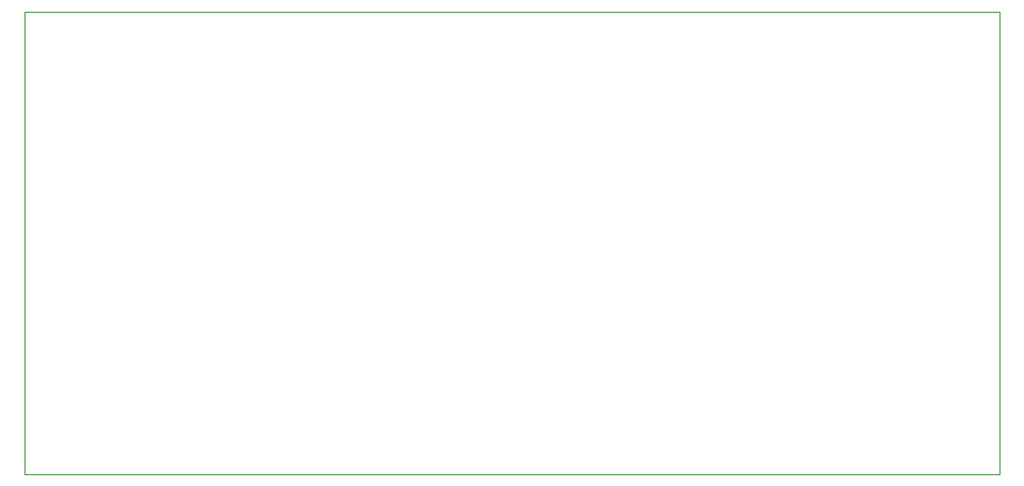
<source format=gbr>
%TF.GenerationSoftware,KiCad,Pcbnew,7.0.5-0*%
%TF.CreationDate,2023-07-02T04:04:51-04:00*%
%TF.ProjectId,Tutorial,5475746f-7269-4616-9c2e-6b696361645f,rev?*%
%TF.SameCoordinates,Original*%
%TF.FileFunction,Profile,NP*%
%FSLAX46Y46*%
G04 Gerber Fmt 4.6, Leading zero omitted, Abs format (unit mm)*
G04 Created by KiCad (PCBNEW 7.0.5-0) date 2023-07-02 04:04:51*
%MOMM*%
%LPD*%
G01*
G04 APERTURE LIST*
%TA.AperFunction,Profile*%
%ADD10C,0.100000*%
%TD*%
G04 APERTURE END LIST*
D10*
X147600000Y-36900000D02*
X147600000Y-76800000D01*
X69875000Y-36900000D02*
X135756250Y-36900000D01*
X147600000Y-76800000D02*
X63400000Y-76800000D01*
X63400000Y-76800000D02*
X63400000Y-36900000D01*
X63400000Y-36900000D02*
X69875000Y-36900000D01*
X135756250Y-36900000D02*
X147600000Y-36900000D01*
M02*

</source>
